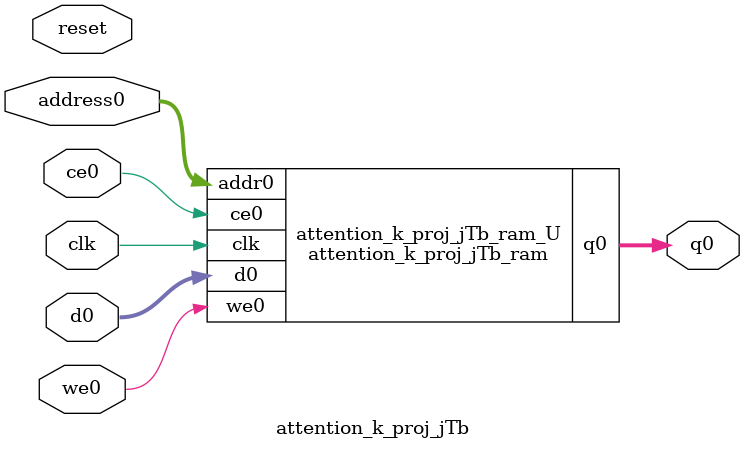
<source format=v>
`timescale 1 ns / 1 ps
module attention_k_proj_jTb_ram (addr0, ce0, d0, we0, q0,  clk);

parameter DWIDTH = 40;
parameter AWIDTH = 8;
parameter MEM_SIZE = 192;

input[AWIDTH-1:0] addr0;
input ce0;
input[DWIDTH-1:0] d0;
input we0;
output reg[DWIDTH-1:0] q0;
input clk;

(* ram_style = "block" *)reg [DWIDTH-1:0] ram[0:MEM_SIZE-1];




always @(posedge clk)  
begin 
    if (ce0) begin
        if (we0) 
            ram[addr0] <= d0; 
        q0 <= ram[addr0];
    end
end


endmodule

`timescale 1 ns / 1 ps
module attention_k_proj_jTb(
    reset,
    clk,
    address0,
    ce0,
    we0,
    d0,
    q0);

parameter DataWidth = 32'd40;
parameter AddressRange = 32'd192;
parameter AddressWidth = 32'd8;
input reset;
input clk;
input[AddressWidth - 1:0] address0;
input ce0;
input we0;
input[DataWidth - 1:0] d0;
output[DataWidth - 1:0] q0;



attention_k_proj_jTb_ram attention_k_proj_jTb_ram_U(
    .clk( clk ),
    .addr0( address0 ),
    .ce0( ce0 ),
    .we0( we0 ),
    .d0( d0 ),
    .q0( q0 ));

endmodule


</source>
